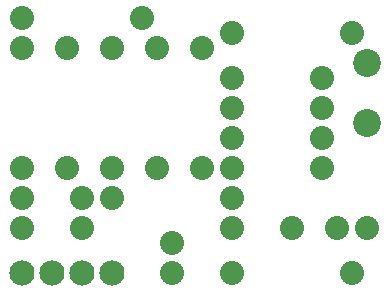
<source format=gbr>
G75*
%MOIN*%
%OFA0B0*%
%FSLAX25Y25*%
%IPPOS*%
%LPD*%
%AMOC8*
5,1,8,0,0,1.08239X$1,22.5*
%
%ADD10C,0.08000*%
%ADD11C,0.09300*%
%ADD12C,0.08400*%
D10*
X0013667Y0035080D03*
X0013667Y0045080D03*
X0013667Y0055080D03*
X0028667Y0055080D03*
X0033667Y0045080D03*
X0043667Y0045080D03*
X0043667Y0055080D03*
X0058667Y0055080D03*
X0073667Y0055080D03*
X0083667Y0055080D03*
X0083667Y0065080D03*
X0083667Y0075080D03*
X0083667Y0085080D03*
X0073667Y0095080D03*
X0083667Y0100080D03*
X0058667Y0095080D03*
X0053667Y0105080D03*
X0043667Y0095080D03*
X0028667Y0095080D03*
X0013667Y0095080D03*
X0013667Y0105080D03*
X0083667Y0045080D03*
X0083667Y0035080D03*
X0103667Y0035080D03*
X0118667Y0035080D03*
X0128667Y0035080D03*
X0123667Y0020080D03*
X0083667Y0020080D03*
X0063667Y0020080D03*
X0063667Y0030080D03*
X0033667Y0035080D03*
X0113667Y0055080D03*
X0113667Y0065080D03*
X0113667Y0075080D03*
X0113667Y0085080D03*
X0123667Y0100080D03*
D11*
X0128667Y0090080D03*
X0128667Y0070080D03*
D12*
X0013667Y0020080D03*
X0023667Y0020080D03*
X0033667Y0020080D03*
X0043667Y0020080D03*
M02*

</source>
